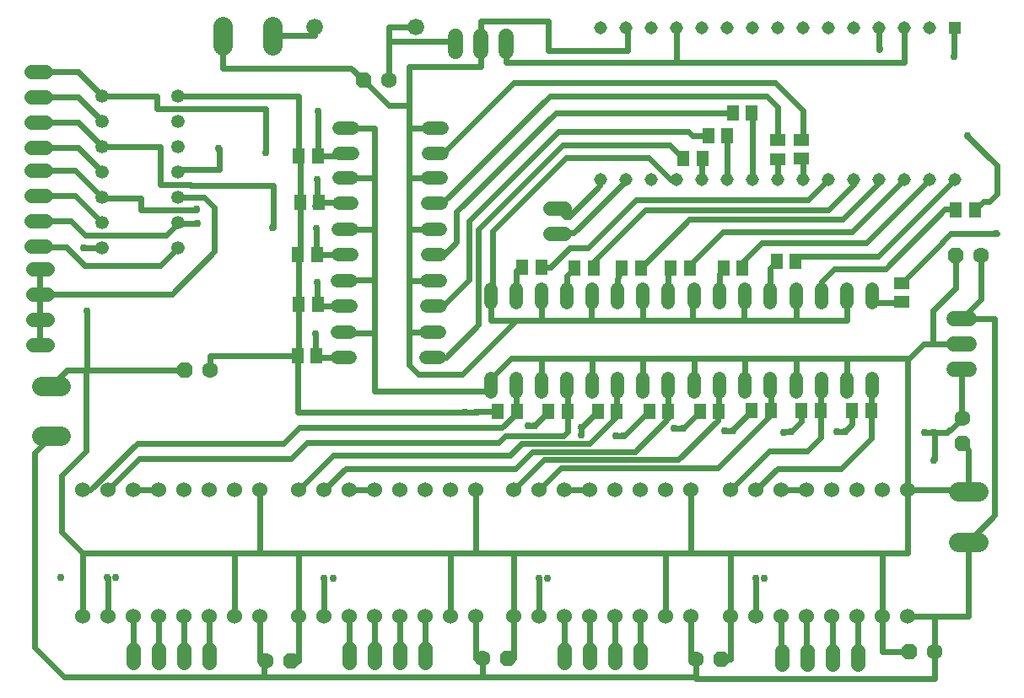
<source format=gbr>
G04 EAGLE Gerber RS-274X export*
G75*
%MOMM*%
%FSLAX34Y34*%
%LPD*%
%INTop Copper*%
%IPPOS*%
%AMOC8*
5,1,8,0,0,1.08239X$1,22.5*%
G01*
G04 Define Apertures*
%ADD10R,1.308000X1.308000*%
%ADD11C,1.308000*%
%ADD12C,1.981200*%
%ADD13C,1.676400*%
%ADD14C,1.524000*%
%ADD15C,1.343400*%
%ADD16C,1.524000*%
%ADD17C,1.320800*%
%ADD18R,1.500000X1.300000*%
%ADD19R,1.300000X1.500000*%
%ADD20C,1.422400*%
%ADD21P,1.73204X8X202.5*%
%ADD22C,1.600200*%
%ADD23P,1.73204X8X22.5*%
%ADD24P,1.73204X8X292.5*%
%ADD25C,0.609600*%
%ADD26C,0.756400*%
D10*
X951583Y670055D03*
D11*
X926183Y670055D03*
X900783Y670055D03*
X875383Y670055D03*
X849983Y670055D03*
X824583Y670055D03*
X799183Y670055D03*
X773783Y670055D03*
X748383Y670055D03*
X722983Y670055D03*
X697583Y670055D03*
X672183Y670055D03*
X646783Y670055D03*
X621383Y670055D03*
X595983Y670055D03*
X595983Y517655D03*
X621383Y517655D03*
X646783Y517655D03*
X672183Y517655D03*
X697583Y517655D03*
X722983Y517655D03*
X748383Y517655D03*
X773783Y517655D03*
X799183Y517655D03*
X824583Y517655D03*
X849983Y517655D03*
X875383Y517655D03*
X900783Y517655D03*
X926183Y517655D03*
X951583Y517655D03*
D12*
X955326Y153797D02*
X975138Y153797D01*
X975138Y204089D02*
X955326Y204089D01*
X266837Y651907D02*
X266837Y671719D01*
X216545Y671719D02*
X216545Y651907D01*
D13*
X308547Y670925D03*
X410147Y670925D03*
D14*
X950341Y377635D02*
X965581Y377635D01*
X965581Y352235D02*
X950341Y352235D01*
X950341Y326835D02*
X965581Y326835D01*
D15*
X95527Y601512D03*
X95527Y576112D03*
X95527Y550712D03*
X95527Y525312D03*
X95527Y499912D03*
X95527Y474512D03*
X95527Y449112D03*
X171727Y449112D03*
X171727Y474512D03*
X171727Y499912D03*
X171727Y525312D03*
X171727Y550712D03*
X171727Y576112D03*
X171727Y601512D03*
D14*
X450215Y646541D02*
X450215Y661781D01*
X475615Y661781D02*
X475615Y646541D01*
X501015Y646541D02*
X501015Y661781D01*
D16*
X253464Y205683D03*
X228064Y205683D03*
X202664Y205683D03*
X177264Y205683D03*
X151864Y205683D03*
X126464Y205683D03*
X101064Y205683D03*
X75664Y205683D03*
X75664Y78683D03*
X101064Y78683D03*
X126464Y78683D03*
X151864Y78683D03*
X177264Y78683D03*
X202664Y78683D03*
X228064Y78683D03*
X253464Y78683D03*
X470630Y205804D03*
X445230Y205804D03*
X419830Y205804D03*
X394430Y205804D03*
X369030Y205804D03*
X343630Y205804D03*
X318230Y205804D03*
X292830Y205804D03*
X292830Y78804D03*
X318230Y78804D03*
X343630Y78804D03*
X369030Y78804D03*
X394430Y78804D03*
X419830Y78804D03*
X445230Y78804D03*
X470630Y78804D03*
X686530Y205804D03*
X661130Y205804D03*
X635730Y205804D03*
X610330Y205804D03*
X584930Y205804D03*
X559530Y205804D03*
X534130Y205804D03*
X508730Y205804D03*
X508730Y78804D03*
X534130Y78804D03*
X559530Y78804D03*
X584930Y78804D03*
X610330Y78804D03*
X635730Y78804D03*
X661130Y78804D03*
X686530Y78804D03*
X904460Y205804D03*
X879060Y205804D03*
X853660Y205804D03*
X828260Y205804D03*
X802860Y205804D03*
X777460Y205804D03*
X752060Y205804D03*
X726660Y205804D03*
X726660Y78804D03*
X752060Y78804D03*
X777460Y78804D03*
X802860Y78804D03*
X828260Y78804D03*
X853660Y78804D03*
X879060Y78804D03*
X904460Y78804D03*
D17*
X562158Y393891D02*
X562158Y407099D01*
X536758Y407099D02*
X536758Y393891D01*
X536758Y317691D02*
X536758Y304483D01*
X562158Y304483D02*
X562158Y317691D01*
X435387Y442389D02*
X422179Y442389D01*
X422179Y467789D02*
X435387Y467789D01*
X345979Y467789D02*
X332771Y467789D01*
X332771Y442389D02*
X345979Y442389D01*
X423179Y543766D02*
X436387Y543766D01*
X436387Y569166D02*
X423179Y569166D01*
X346979Y569166D02*
X333771Y569166D01*
X333771Y543766D02*
X346979Y543766D01*
X421520Y390876D02*
X434728Y390876D01*
X434728Y416276D02*
X421520Y416276D01*
X345320Y416276D02*
X332112Y416276D01*
X332112Y390876D02*
X345320Y390876D01*
X664057Y393907D02*
X664057Y407115D01*
X638657Y407115D02*
X638657Y393907D01*
X638657Y317707D02*
X638657Y304499D01*
X664057Y304499D02*
X664057Y317707D01*
X434164Y338884D02*
X420956Y338884D01*
X420956Y364284D02*
X434164Y364284D01*
X344756Y364284D02*
X331548Y364284D01*
X331548Y338884D02*
X344756Y338884D01*
X422607Y493386D02*
X435815Y493386D01*
X435815Y518786D02*
X422607Y518786D01*
X346407Y518786D02*
X333199Y518786D01*
X333199Y493386D02*
X346407Y493386D01*
X766301Y407043D02*
X766301Y393835D01*
X740901Y393835D02*
X740901Y407043D01*
X740901Y317635D02*
X740901Y304427D01*
X766301Y304427D02*
X766301Y317635D01*
X868278Y393842D02*
X868278Y407050D01*
X842878Y407050D02*
X842878Y393842D01*
X842878Y317642D02*
X842878Y304434D01*
X868278Y304434D02*
X868278Y317642D01*
X511524Y393827D02*
X511524Y407035D01*
X486124Y407035D02*
X486124Y393827D01*
X486124Y317627D02*
X486124Y304419D01*
X511524Y304419D02*
X511524Y317627D01*
X613061Y393954D02*
X613061Y407162D01*
X587661Y407162D02*
X587661Y393954D01*
X587661Y317754D02*
X587661Y304546D01*
X613061Y304546D02*
X613061Y317754D01*
X715319Y393827D02*
X715319Y407035D01*
X689919Y407035D02*
X689919Y393827D01*
X689919Y317627D02*
X689919Y304419D01*
X715319Y304419D02*
X715319Y317627D01*
X817340Y393954D02*
X817340Y407162D01*
X791940Y407162D02*
X791940Y393954D01*
X791940Y317754D02*
X791940Y304546D01*
X817340Y304546D02*
X817340Y317754D01*
D18*
X898303Y394678D03*
X898303Y413678D03*
D19*
X511737Y284714D03*
X492737Y284714D03*
X612293Y284773D03*
X593293Y284773D03*
X714822Y285025D03*
X695822Y285025D03*
X816744Y285494D03*
X797744Y285494D03*
X517264Y429609D03*
X536264Y429609D03*
X617436Y428943D03*
X636436Y428943D03*
X719321Y428386D03*
X738321Y428386D03*
X952493Y486601D03*
X971493Y486601D03*
X562717Y284607D03*
X543717Y284607D03*
X663954Y284986D03*
X644954Y284986D03*
X766705Y285389D03*
X747705Y285389D03*
X728843Y584704D03*
X747843Y584704D03*
X311125Y442239D03*
X292125Y442239D03*
X867523Y285745D03*
X848523Y285745D03*
D18*
X797433Y557505D03*
X797433Y538505D03*
D19*
X312046Y541022D03*
X293046Y541022D03*
X704081Y561658D03*
X723081Y561658D03*
X311916Y392589D03*
X292916Y392589D03*
X679316Y538925D03*
X698316Y538925D03*
X310681Y340424D03*
X291681Y340424D03*
D18*
X774097Y556997D03*
X774097Y537997D03*
D19*
X313379Y494349D03*
X294379Y494349D03*
X569842Y428466D03*
X588842Y428466D03*
X666394Y428466D03*
X685394Y428466D03*
X772630Y435261D03*
X791630Y435261D03*
D20*
X126778Y46292D02*
X126778Y32068D01*
X152178Y32068D02*
X152178Y46292D01*
X177578Y46292D02*
X177578Y32068D01*
X202978Y32068D02*
X202978Y46292D01*
X38925Y526883D02*
X24701Y526883D01*
X24701Y501483D02*
X38925Y501483D01*
X38925Y476083D02*
X24701Y476083D01*
X24701Y450683D02*
X38925Y450683D01*
X40203Y428159D02*
X25979Y428159D01*
X25979Y402759D02*
X40203Y402759D01*
X40203Y377359D02*
X25979Y377359D01*
X25979Y351959D02*
X40203Y351959D01*
X343567Y46704D02*
X343567Y32480D01*
X368967Y32480D02*
X368967Y46704D01*
X394367Y46704D02*
X394367Y32480D01*
X419767Y32480D02*
X419767Y46704D01*
X559245Y46196D02*
X559245Y31972D01*
X584645Y31972D02*
X584645Y46196D01*
X610045Y46196D02*
X610045Y31972D01*
X635445Y31972D02*
X635445Y46196D01*
X778002Y44481D02*
X778002Y30257D01*
X803402Y30257D02*
X803402Y44481D01*
X828802Y44481D02*
X828802Y30257D01*
X854202Y30257D02*
X854202Y44481D01*
X559587Y462976D02*
X545363Y462976D01*
X545363Y488376D02*
X559587Y488376D01*
X38925Y625593D02*
X24701Y625593D01*
X24701Y600193D02*
X38925Y600193D01*
X38925Y574793D02*
X24701Y574793D01*
X24701Y549393D02*
X38925Y549393D01*
D21*
X952127Y441071D03*
D22*
X977527Y441071D03*
D21*
X905542Y43752D03*
D22*
X930942Y43752D03*
D23*
X284861Y34036D03*
D22*
X259461Y34036D03*
D23*
X502952Y36640D03*
D22*
X477552Y36640D03*
D23*
X717074Y36132D03*
D22*
X691674Y36132D03*
D21*
X178118Y325850D03*
D22*
X203518Y325850D03*
D21*
X357759Y616998D03*
D22*
X383159Y616998D03*
D24*
X959199Y252159D03*
D22*
X959199Y277559D03*
D12*
X54356Y310293D02*
X34544Y310293D01*
X34544Y260001D02*
X54356Y260001D01*
D25*
X511524Y284714D02*
X511737Y284714D01*
X511524Y284714D02*
X511524Y317627D01*
X83822Y205683D02*
X75664Y205683D01*
X511737Y283248D02*
X511737Y284714D01*
X277452Y252737D02*
X130875Y252737D01*
X83822Y205683D01*
X497157Y268669D02*
X511737Y283248D01*
X497157Y268669D02*
X293384Y268669D01*
X277452Y252737D01*
X558451Y260477D02*
X562717Y264743D01*
X562717Y284607D01*
X562717Y317691D01*
X562158Y317691D01*
X101094Y205683D02*
X101064Y205683D01*
X101094Y205683D02*
X132526Y237116D01*
X285307Y237116D02*
X301575Y253383D01*
X285307Y237116D02*
X132526Y237116D01*
X500475Y260477D02*
X558451Y260477D01*
X500475Y260477D02*
X493382Y253383D01*
X301575Y253383D01*
X151864Y205683D02*
X126464Y205683D01*
X842878Y317642D02*
X842878Y337693D01*
X791940Y337693D01*
X740901Y337693D01*
X689919Y337693D01*
X638657Y337693D01*
X587661Y337693D01*
X536758Y337693D01*
X536758Y338042D02*
X506540Y338042D01*
X486124Y317627D01*
X536758Y317691D02*
X536758Y337693D01*
X536758Y338042D01*
X587661Y337693D02*
X587661Y317754D01*
X638657Y317707D02*
X638657Y337693D01*
X689919Y337693D02*
X689919Y317627D01*
X740901Y317635D02*
X740901Y337693D01*
X791940Y337693D02*
X791940Y317754D01*
X75664Y142240D02*
X75664Y78683D01*
X75664Y142240D02*
X228064Y142240D01*
X253464Y142240D01*
X253464Y205683D01*
X228064Y142240D02*
X228064Y78683D01*
X253464Y142240D02*
X292830Y142240D01*
X445230Y142240D01*
X470630Y142240D01*
X508730Y142240D01*
X661130Y142240D01*
X686530Y142240D01*
X726660Y142240D01*
X879060Y142240D01*
X879060Y78804D01*
X470630Y142240D02*
X470630Y205804D01*
X445230Y142240D02*
X445230Y78804D01*
X292830Y78804D02*
X292830Y142240D01*
X508730Y142240D02*
X508730Y78804D01*
X661130Y78804D02*
X661130Y142240D01*
X726660Y142240D02*
X726660Y78804D01*
X686530Y142240D02*
X686530Y205804D01*
X904460Y205804D02*
X904460Y142240D01*
X879060Y142240D01*
X486124Y376174D02*
X486124Y393827D01*
X511524Y376174D02*
X536758Y376174D01*
X511524Y376174D02*
X486124Y376174D01*
X536758Y376174D02*
X587026Y376174D01*
X638397Y376174D01*
X688435Y376174D01*
X739807Y376174D01*
X791940Y376174D01*
X842878Y376174D01*
X842878Y393842D01*
X791940Y393954D02*
X791940Y376174D01*
X739807Y376174D02*
X739807Y393835D01*
X740901Y393835D01*
X688435Y393827D02*
X688435Y376174D01*
X688435Y393827D02*
X689919Y393827D01*
X638397Y393907D02*
X638397Y376174D01*
X638397Y393907D02*
X638657Y393907D01*
X587026Y393954D02*
X587026Y376174D01*
X587026Y393954D02*
X587661Y393954D01*
X536758Y393891D02*
X536758Y376174D01*
X904460Y336264D02*
X904460Y205804D01*
X904460Y336264D02*
X904460Y337693D01*
X842878Y337693D01*
X904460Y205804D02*
X965232Y205804D01*
X965232Y204089D01*
X292830Y34036D02*
X284861Y34036D01*
X292830Y34036D02*
X292830Y78804D01*
X502952Y36640D02*
X508730Y36640D01*
X508730Y78804D01*
X717074Y36132D02*
X726660Y36132D01*
X726660Y78804D01*
X672183Y517655D02*
X666335Y517655D01*
X644237Y539753D01*
X487236Y394938D02*
X486124Y393827D01*
X930210Y352340D02*
X957961Y352235D01*
X930210Y352340D02*
X920573Y352377D01*
X904460Y336264D01*
X959199Y252159D02*
X965232Y246126D01*
X965232Y205804D01*
X952127Y408344D02*
X952127Y441071D01*
X952127Y408344D02*
X929831Y386048D01*
X929831Y352720D01*
X930210Y352340D01*
X423179Y569166D02*
X403987Y569166D01*
X403543Y569166D01*
X403543Y518786D01*
X403543Y467789D01*
X403543Y416276D01*
X403543Y364284D01*
X420956Y364284D01*
X421520Y416276D02*
X403543Y416276D01*
X403543Y467789D02*
X422179Y467789D01*
X422607Y518786D02*
X403543Y518786D01*
X403543Y364284D02*
X403543Y331248D01*
X413163Y321628D01*
X456978Y321628D01*
X511524Y376174D01*
X403987Y569166D02*
X403987Y591630D01*
X383127Y591630D02*
X357759Y616998D01*
X383127Y591630D02*
X403987Y591630D01*
X368618Y569166D02*
X346979Y569166D01*
X368618Y569166D02*
X368618Y518786D01*
X368618Y467789D01*
X368618Y416814D01*
X368618Y363315D01*
X344756Y363315D01*
X344756Y364284D01*
X345320Y416276D02*
X345320Y416814D01*
X368618Y416814D01*
X368618Y467789D02*
X345979Y467789D01*
X346407Y518786D02*
X368618Y518786D01*
X368618Y363315D02*
X369189Y363315D01*
X369189Y305372D01*
X486124Y305372D01*
X486124Y317627D01*
X879060Y43752D02*
X905542Y43752D01*
X879060Y43752D02*
X879060Y78804D01*
X95527Y449112D02*
X76930Y449112D01*
X76930Y448945D01*
D26*
X76930Y448945D03*
X79978Y385223D03*
D25*
X79978Y325850D02*
X178118Y325850D01*
X79978Y325850D02*
X79978Y385223D01*
X475615Y654161D02*
X475837Y653939D01*
X475837Y644731D01*
X60008Y325850D02*
X44450Y310293D01*
X60008Y325850D02*
X79153Y325850D01*
X79978Y325850D01*
X79153Y325850D02*
X79153Y245015D01*
X54674Y220536D01*
X54674Y163230D01*
X75664Y142240D01*
X475615Y654161D02*
X475615Y676529D01*
X543433Y676529D01*
X543433Y646621D01*
X622935Y646621D01*
X622935Y670055D01*
X621383Y670055D01*
X644237Y539753D02*
X561430Y539753D01*
X487236Y465558D01*
X487236Y394938D01*
X404146Y591630D02*
X403987Y591630D01*
X404146Y591630D02*
X404146Y630555D01*
X475615Y630555D01*
X475615Y654161D01*
X357759Y616998D02*
X345107Y629650D01*
X216545Y629650D01*
X216545Y661813D01*
X343630Y205804D02*
X369030Y205804D01*
X559530Y205804D02*
X584930Y205804D01*
X777460Y205804D02*
X802860Y205804D01*
X562158Y393891D02*
X562158Y420682D01*
X569842Y428466D01*
X738321Y428386D02*
X738321Y434506D01*
X758063Y454247D01*
X862776Y454247D01*
X926183Y517655D01*
X517264Y429609D02*
X511524Y425870D01*
X511524Y393827D01*
X664057Y424467D02*
X666394Y428466D01*
X664057Y424467D02*
X664057Y393907D01*
X613061Y393954D02*
X613061Y417707D01*
X617436Y428943D01*
X766301Y428933D02*
X766301Y393835D01*
X766301Y428933D02*
X772630Y435261D01*
X719321Y428386D02*
X719321Y426815D01*
X715319Y422813D02*
X715319Y393827D01*
X715319Y422813D02*
X719321Y426815D01*
X898303Y394678D02*
X898303Y393842D01*
X868278Y393842D01*
X817340Y393954D02*
X817340Y414973D01*
X830231Y427863D01*
X882015Y427863D01*
X941610Y487458D01*
X951636Y487458D01*
X952493Y486601D01*
X663954Y284986D02*
X663954Y277730D01*
X630381Y244158D01*
X319467Y205804D02*
X318230Y205804D01*
X663954Y284986D02*
X663954Y317604D01*
X664057Y317707D01*
X339884Y227457D02*
X318230Y205804D01*
X339884Y227457D02*
X510699Y227457D01*
X527399Y244158D01*
X630381Y244158D01*
X555974Y227648D02*
X534130Y205804D01*
X555974Y227648D02*
X713223Y227648D01*
X766705Y281129D02*
X766705Y285389D01*
X766705Y281129D02*
X713223Y227648D01*
X766705Y285389D02*
X766705Y317635D01*
X766301Y317635D01*
X773587Y227330D02*
X752060Y205804D01*
X773587Y227330D02*
X837216Y227330D01*
X867523Y257637D01*
X867523Y285745D01*
X867523Y317642D01*
X868278Y317642D01*
X765586Y244729D02*
X726660Y205804D01*
X765586Y244729D02*
X803307Y244729D01*
X816744Y258166D01*
X816744Y285494D01*
X816744Y317754D01*
X817340Y317754D01*
X539147Y236220D02*
X508730Y205804D01*
X539147Y236220D02*
X674086Y236220D01*
X713498Y275631D02*
X713498Y283701D01*
X714822Y285025D01*
X713498Y275631D02*
X674086Y236220D01*
X714822Y285025D02*
X714822Y317627D01*
X715319Y317627D01*
X327819Y240792D02*
X292830Y205804D01*
X505206Y240792D02*
X516573Y252159D01*
X505206Y240792D02*
X327819Y240792D01*
X516573Y252159D02*
X584574Y252159D01*
X612366Y284700D02*
X612293Y284773D01*
X612366Y284700D02*
X612366Y279951D01*
X584574Y252159D01*
X612293Y284773D02*
X612293Y317754D01*
X613061Y317754D01*
X824738Y487045D02*
X849983Y512290D01*
X849983Y517655D01*
X824738Y487045D02*
X640816Y487045D01*
X588842Y435071D01*
X588842Y428466D01*
X804451Y497523D02*
X824583Y517655D01*
X804451Y497523D02*
X631691Y497523D01*
X582857Y448688D02*
X564644Y448688D01*
X545565Y429609D01*
X582857Y448688D02*
X631691Y497523D01*
X545565Y429609D02*
X536264Y429609D01*
X848488Y465360D02*
X900783Y517655D01*
X848488Y465360D02*
X718788Y465360D01*
X685394Y431966D01*
X685394Y428466D01*
X636436Y428943D02*
X685108Y477615D01*
X838708Y477615D01*
X875383Y514290D01*
X875383Y517655D01*
X874174Y440246D02*
X796614Y440246D01*
X791630Y435261D01*
X874174Y440246D02*
X951583Y517655D01*
X993562Y463178D02*
X993553Y463169D01*
D26*
X992824Y463171D03*
D25*
X992826Y463169D01*
D26*
X951071Y641128D03*
D25*
X951071Y669543D01*
X951583Y670055D01*
X938538Y453912D02*
X898303Y413678D01*
X938538Y453912D02*
X938538Y454660D01*
X947047Y463169D01*
X993553Y463169D01*
X986136Y495557D02*
X993679Y503099D01*
X993764Y532125D01*
X986136Y495557D02*
X980449Y495557D01*
X971493Y486601D01*
X875383Y648490D02*
X875383Y670055D01*
X875383Y648490D02*
X875602Y648272D01*
X875776Y648446D01*
D26*
X875776Y648446D03*
X964025Y561118D03*
D25*
X985391Y539753D01*
X986136Y539753D01*
X993764Y532125D01*
X308547Y662432D02*
X266837Y662432D01*
X308547Y662432D02*
X308547Y670925D01*
X266837Y662432D02*
X266837Y661813D01*
X383159Y670925D02*
X410147Y670925D01*
X383159Y656225D02*
X450215Y656225D01*
X450215Y654161D01*
X383159Y656225D02*
X383159Y616998D01*
X383159Y656225D02*
X383159Y670925D01*
X259461Y34036D02*
X253464Y34036D01*
X253464Y78683D01*
X470630Y78804D02*
X470630Y36640D01*
X477552Y36640D01*
X686530Y36132D02*
X686530Y78804D01*
X686530Y36132D02*
X691674Y36132D01*
X904460Y78804D02*
X930942Y78804D01*
X965232Y78804D02*
X965232Y153797D01*
X965232Y78804D02*
X930942Y78804D01*
X259461Y34036D02*
X258477Y34036D01*
X258477Y18098D01*
X477552Y18098D01*
X477552Y36640D01*
X477552Y18098D02*
X691674Y18098D01*
X691674Y36132D01*
X965232Y153797D02*
X991691Y180256D01*
X991691Y377920D01*
X958247Y377920D01*
X957961Y377635D01*
X977527Y397200D02*
X977527Y441071D01*
X977527Y397200D02*
X958247Y377920D01*
X258477Y18098D02*
X57722Y18098D01*
X27940Y47879D01*
X930942Y43752D02*
X930942Y78804D01*
X44450Y260001D02*
X27940Y243491D01*
X27940Y47879D01*
X930942Y43752D02*
X930942Y16541D01*
X691674Y16541D01*
X691674Y18098D01*
X101064Y78683D02*
X101064Y117793D01*
X100933Y117793D01*
D26*
X100933Y117793D03*
X317976Y117158D03*
D25*
X317976Y78804D01*
X318230Y78804D01*
D26*
X534194Y117031D03*
D25*
X534194Y78804D01*
X534130Y78804D01*
D26*
X752062Y117158D03*
D25*
X752062Y78804D01*
X752060Y78804D01*
D26*
X109188Y117793D03*
X327438Y117158D03*
X542576Y117031D03*
X760063Y117348D03*
X54450Y117920D03*
D25*
X643920Y284986D02*
X644954Y284986D01*
X643920Y284986D02*
X619220Y260287D01*
X618998Y260509D01*
D26*
X618998Y260509D03*
D25*
X593293Y284773D02*
X576675Y268155D01*
X543717Y284607D02*
X529685Y270576D01*
X529685Y270447D01*
D26*
X529685Y270447D03*
X576675Y268155D03*
D25*
X728758Y266442D02*
X747705Y285389D01*
X728758Y266442D02*
X728758Y265240D01*
D26*
X728758Y265240D03*
D25*
X797744Y274536D02*
X797744Y285494D01*
X797744Y274536D02*
X787305Y264097D01*
D26*
X787305Y264097D03*
D25*
X848523Y271657D02*
X848523Y285745D01*
X848523Y271657D02*
X841343Y264478D01*
D26*
X841343Y264478D03*
D25*
X695822Y285025D02*
X678529Y267733D01*
X678529Y267526D01*
D26*
X678529Y267526D03*
D25*
X833342Y264478D02*
X841343Y264478D01*
X833342Y264478D02*
X833025Y264160D01*
D26*
X833025Y264160D03*
D25*
X787305Y264097D02*
X779939Y264097D01*
X779558Y263716D01*
D26*
X779558Y263716D03*
D25*
X728758Y265240D02*
X721201Y265240D01*
X720757Y264795D01*
D26*
X720757Y264795D03*
D25*
X678529Y267526D02*
X670147Y267526D01*
X669957Y267716D01*
X669989Y267748D01*
D26*
X669989Y267748D03*
D25*
X618998Y260509D02*
X611696Y260509D01*
X611219Y260033D01*
D26*
X611219Y260033D03*
D25*
X576802Y268028D02*
X576675Y268155D01*
X576802Y268028D02*
X576802Y261176D01*
D26*
X576802Y261176D03*
D25*
X529685Y270447D02*
X523081Y270447D01*
X522827Y270193D01*
D26*
X522827Y270193D03*
D25*
X492737Y284714D02*
X472261Y284714D01*
X471456Y283909D01*
D26*
X471456Y283909D03*
D25*
X460280Y283909D01*
X459962Y284226D01*
D26*
X459962Y284226D03*
D25*
X951325Y326835D02*
X957961Y326835D01*
D26*
X930243Y263779D03*
X921322Y263398D03*
D25*
X929862Y263398D01*
X930243Y263779D01*
X957961Y278797D02*
X957961Y326835D01*
X957961Y278797D02*
X959199Y277559D01*
X900783Y635095D02*
X900783Y670055D01*
X900783Y635095D02*
X672116Y635095D01*
X672116Y670055D01*
X672183Y670055D01*
X672116Y635095D02*
X501015Y635095D01*
X501015Y654161D01*
X293046Y601512D02*
X293046Y541022D01*
X293046Y601512D02*
X171727Y601512D01*
X293046Y541022D02*
X294379Y541022D01*
X294379Y494349D01*
X294379Y442239D01*
X292125Y442239D01*
X292916Y442239D01*
X292916Y392589D01*
X292916Y340424D01*
X291681Y340424D01*
X291681Y283909D01*
X460280Y283909D01*
X291681Y340424D02*
X203518Y340424D01*
X203518Y325850D01*
D26*
X930688Y235839D03*
D25*
X930878Y236030D02*
X930878Y263144D01*
X930878Y236030D02*
X930688Y235839D01*
X930878Y263144D02*
X930243Y263779D01*
X947388Y265748D02*
X959199Y277559D01*
X947388Y265748D02*
X945610Y265748D01*
X943642Y263779D01*
X930243Y263779D01*
X799183Y517655D02*
X799183Y536755D01*
X797433Y538505D01*
X126778Y39180D02*
X126464Y39180D01*
X126464Y78683D01*
X152178Y78683D02*
X152178Y39180D01*
X152178Y78683D02*
X151864Y78683D01*
X177959Y39561D02*
X177578Y39180D01*
X177578Y78683D01*
X177264Y78683D01*
X202978Y78683D02*
X202978Y39180D01*
X202978Y78683D02*
X202664Y78683D01*
X343567Y78740D02*
X343630Y78804D01*
X343567Y78740D02*
X343567Y39592D01*
X368967Y78740D02*
X369030Y78804D01*
X368967Y78740D02*
X368967Y39592D01*
X394367Y78740D02*
X394430Y78804D01*
X394367Y78740D02*
X394367Y39592D01*
X419767Y78740D02*
X419830Y78804D01*
X419767Y78740D02*
X419767Y39592D01*
X777460Y37369D02*
X778002Y37369D01*
X777460Y37369D02*
X777460Y78804D01*
X802860Y37369D02*
X803402Y37369D01*
X802860Y37369D02*
X802860Y78804D01*
X828802Y78804D02*
X828802Y37369D01*
X828802Y78804D02*
X828260Y78804D01*
X854202Y78804D02*
X854202Y37369D01*
X854202Y78804D02*
X853660Y78804D01*
X559530Y78804D02*
X559245Y78518D01*
X559245Y39084D01*
X584645Y78518D02*
X584930Y78804D01*
X584645Y78518D02*
X584645Y39084D01*
X610045Y78518D02*
X610330Y78804D01*
X610045Y78518D02*
X610045Y39084D01*
X635445Y78518D02*
X635730Y78804D01*
X635445Y78518D02*
X635445Y39084D01*
X551145Y584704D02*
X728843Y584704D01*
X551145Y584704D02*
X451405Y484965D01*
X439064Y442389D02*
X422179Y442389D01*
X451405Y478486D02*
X451405Y484965D01*
X451453Y478534D02*
X451405Y478486D01*
X451453Y478534D02*
X451453Y454778D01*
X439064Y442389D01*
X771271Y614902D02*
X799402Y586772D01*
X799402Y559474D01*
X797433Y557505D01*
X771271Y614902D02*
X508539Y614902D01*
X437403Y543766D01*
X423179Y543766D01*
X421520Y390876D02*
X430465Y390876D01*
X431133Y390208D01*
X688277Y561658D02*
X704081Y561658D01*
X688277Y561658D02*
X684117Y565817D01*
X553386Y565817D01*
X463487Y475917D01*
X437549Y390876D02*
X421520Y390876D01*
X437549Y390876D02*
X463487Y416814D01*
X463487Y475917D01*
X344756Y338884D02*
X310681Y338884D01*
X310681Y340424D01*
X309467Y340424D01*
X309467Y362490D01*
D26*
X309467Y362490D03*
X191294Y473424D03*
D25*
X171727Y473424D01*
X171727Y474512D01*
X64493Y476083D02*
X31813Y476083D01*
X64493Y476083D02*
X78772Y461804D01*
X160107Y461804D01*
X171727Y473424D01*
X420956Y338884D02*
X440579Y338884D01*
X665696Y552545D02*
X679316Y538925D01*
X473297Y371602D02*
X440579Y338884D01*
X557953Y552545D02*
X665696Y552545D01*
X557953Y552545D02*
X473297Y467889D01*
X473297Y371602D01*
X774097Y556997D02*
X774097Y590106D01*
X762476Y601726D01*
X545171Y601726D01*
X436831Y493386D01*
X422607Y493386D01*
X338011Y442239D02*
X311125Y442239D01*
X338011Y442239D02*
X338011Y441039D01*
X95527Y550712D02*
X71445Y574793D01*
X31813Y574793D01*
X95527Y550712D02*
X153988Y550712D01*
X153988Y512217D01*
X184032Y512217D02*
X184032Y511874D01*
X267843Y511874D01*
X184032Y512217D02*
X153988Y512217D01*
X267843Y511874D02*
X267843Y469519D01*
X266510Y469519D01*
D26*
X266510Y469519D03*
X310198Y468186D03*
D25*
X310198Y442239D01*
X311125Y442239D01*
X311916Y390876D02*
X345320Y390876D01*
X311916Y390876D02*
X311916Y392589D01*
X68556Y526883D02*
X31813Y526883D01*
X68556Y526883D02*
X95527Y499912D01*
X95527Y498634D01*
X134366Y498634D01*
X134366Y487204D01*
X190278Y487204D01*
X190278Y487966D01*
D26*
X190278Y487966D03*
X311690Y414401D03*
D25*
X311690Y392589D01*
X311916Y392589D01*
X150463Y601512D02*
X95527Y601512D01*
X150463Y601512D02*
X150463Y588740D01*
X259398Y588740D01*
X259398Y544608D01*
D26*
X259398Y544608D03*
X311785Y517906D03*
D25*
X311785Y491236D01*
X309023Y491236D01*
X95527Y601512D02*
X71445Y625593D01*
X31813Y625593D01*
X313379Y494349D02*
X346407Y494349D01*
X346407Y493386D01*
X552475Y488376D02*
X560378Y480473D01*
X595348Y517020D02*
X595983Y517655D01*
X595348Y517020D02*
X595348Y511168D01*
X564652Y480473D02*
X560378Y480473D01*
X564652Y480473D02*
X595348Y511168D01*
X621383Y516203D02*
X621383Y517655D01*
X553491Y463992D02*
X552475Y462976D01*
X569171Y463992D02*
X621383Y516203D01*
X569171Y463992D02*
X553491Y463992D01*
X697583Y517655D02*
X697583Y538191D01*
X698316Y538925D01*
X722983Y517655D02*
X722983Y561559D01*
X723081Y561658D01*
X748383Y584164D02*
X748383Y517655D01*
X748383Y584164D02*
X747843Y584704D01*
X773783Y537683D02*
X773783Y517655D01*
X773783Y537683D02*
X774097Y537997D01*
X95527Y576112D02*
X71445Y600193D01*
X31813Y600193D01*
X71445Y549393D02*
X95527Y525312D01*
X71445Y549393D02*
X31813Y549393D01*
X31813Y501483D02*
X68556Y501483D01*
X95527Y474512D01*
X33106Y449390D02*
X31813Y450683D01*
X33106Y449390D02*
X59912Y449390D01*
X77851Y431451D01*
X154066Y431451D01*
X171727Y449112D01*
X171727Y525312D02*
X171727Y528034D01*
X212979Y528034D01*
X212979Y548735D01*
X212058Y548735D01*
D26*
X212058Y548735D03*
X312230Y585946D03*
D25*
X312230Y541022D01*
X312046Y541022D01*
X346979Y541022D01*
X346979Y543766D01*
X33091Y428159D02*
X33091Y402759D01*
X33091Y377359D01*
X33091Y351959D01*
X33091Y402759D02*
X165428Y402759D01*
X208375Y445707D01*
X208375Y489395D01*
X197803Y499967D01*
X171783Y499967D01*
X171727Y499912D01*
M02*

</source>
